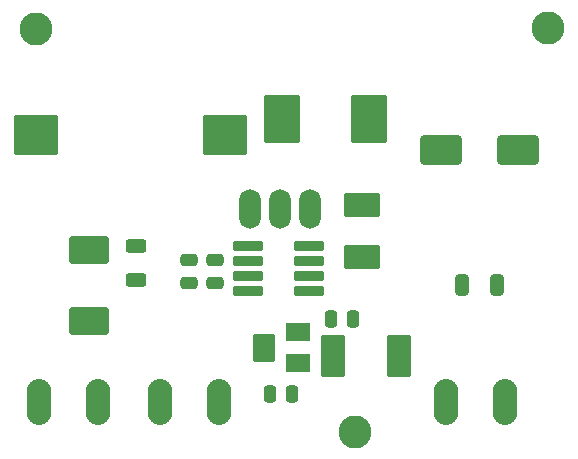
<source format=gbr>
%TF.GenerationSoftware,KiCad,Pcbnew,8.0.3*%
%TF.CreationDate,2024-09-06T18:55:24+02:00*%
%TF.ProjectId,nixie_supply,6e697869-655f-4737-9570-706c792e6b69,rev?*%
%TF.SameCoordinates,Original*%
%TF.FileFunction,Soldermask,Top*%
%TF.FilePolarity,Negative*%
%FSLAX46Y46*%
G04 Gerber Fmt 4.6, Leading zero omitted, Abs format (unit mm)*
G04 Created by KiCad (PCBNEW 8.0.3) date 2024-09-06 18:55:24*
%MOMM*%
%LPD*%
G01*
G04 APERTURE LIST*
G04 Aperture macros list*
%AMRoundRect*
0 Rectangle with rounded corners*
0 $1 Rounding radius*
0 $2 $3 $4 $5 $6 $7 $8 $9 X,Y pos of 4 corners*
0 Add a 4 corners polygon primitive as box body*
4,1,4,$2,$3,$4,$5,$6,$7,$8,$9,$2,$3,0*
0 Add four circle primitives for the rounded corners*
1,1,$1+$1,$2,$3*
1,1,$1+$1,$4,$5*
1,1,$1+$1,$6,$7*
1,1,$1+$1,$8,$9*
0 Add four rect primitives between the rounded corners*
20,1,$1+$1,$2,$3,$4,$5,0*
20,1,$1+$1,$4,$5,$6,$7,0*
20,1,$1+$1,$6,$7,$8,$9,0*
20,1,$1+$1,$8,$9,$2,$3,0*%
G04 Aperture macros list end*
%ADD10O,2.095500X3.886200*%
%ADD11RoundRect,0.152400X-1.500000X1.000000X-1.500000X-1.000000X1.500000X-1.000000X1.500000X1.000000X0*%
%ADD12RoundRect,0.152400X1.400000X1.900000X-1.400000X1.900000X-1.400000X-1.900000X1.400000X-1.900000X0*%
%ADD13RoundRect,0.152400X-1.750000X-1.500000X1.750000X-1.500000X1.750000X1.500000X-1.750000X1.500000X0*%
%ADD14RoundRect,0.250000X0.325000X0.650000X-0.325000X0.650000X-0.325000X-0.650000X0.325000X-0.650000X0*%
%ADD15RoundRect,0.250000X-0.475000X0.250000X-0.475000X-0.250000X0.475000X-0.250000X0.475000X0.250000X0*%
%ADD16C,2.800000*%
%ADD17O,1.828800X3.352800*%
%ADD18RoundRect,0.250000X-0.250000X-0.475000X0.250000X-0.475000X0.250000X0.475000X-0.250000X0.475000X0*%
%ADD19RoundRect,0.152400X1.350000X-0.900000X1.350000X0.900000X-1.350000X0.900000X-1.350000X-0.900000X0*%
%ADD20RoundRect,0.250000X-0.625000X0.312500X-0.625000X-0.312500X0.625000X-0.312500X0.625000X0.312500X0*%
%ADD21RoundRect,0.152400X-0.900000X-1.600000X0.900000X-1.600000X0.900000X1.600000X-0.900000X1.600000X0*%
%ADD22RoundRect,0.250000X-1.500000X-1.000000X1.500000X-1.000000X1.500000X1.000000X-1.500000X1.000000X0*%
%ADD23RoundRect,0.152400X-1.100000X0.300000X-1.100000X-0.300000X1.100000X-0.300000X1.100000X0.300000X0*%
%ADD24RoundRect,0.152400X-0.900000X-0.650000X0.900000X-0.650000X0.900000X0.650000X-0.900000X0.650000X0*%
%ADD25RoundRect,0.152400X-0.800000X-1.000000X0.800000X-1.000000X0.800000X1.000000X-0.800000X1.000000X0*%
G04 APERTURE END LIST*
D10*
%TO.C,J3*%
X161181100Y-119633600D03*
X166181100Y-119633600D03*
%TD*%
D11*
%TO.C,C1*%
X130981100Y-106733600D03*
X130981100Y-112733600D03*
%TD*%
D12*
%TO.C,D1*%
X147281100Y-95633600D03*
X154681100Y-95633600D03*
%TD*%
D13*
%TO.C,L1*%
X126481100Y-97033600D03*
X142481100Y-97033600D03*
%TD*%
D14*
%TO.C,C6*%
X165475000Y-109750000D03*
X162525000Y-109750000D03*
%TD*%
D15*
%TO.C,C5*%
X139450000Y-107650000D03*
X139450000Y-109550000D03*
%TD*%
D10*
%TO.C,J1*%
X126681100Y-119633600D03*
X131681100Y-119633600D03*
%TD*%
%TO.C,J2*%
X136981100Y-119633600D03*
X141981100Y-119633600D03*
%TD*%
D16*
%TO.C,U$4*%
X153481100Y-122133600D03*
%TD*%
D17*
%TO.C,T1*%
X147081100Y-103273600D03*
X144541100Y-103273600D03*
X149621100Y-103273600D03*
%TD*%
D18*
%TO.C,R1*%
X146231100Y-118933600D03*
X148131100Y-118933600D03*
%TD*%
D16*
%TO.C,U$2*%
X126481100Y-88033600D03*
%TD*%
D19*
%TO.C,RSENSE0*%
X154081100Y-107333600D03*
X154081100Y-102933600D03*
%TD*%
D20*
%TO.C,REF\u002A\u002A*%
X134950000Y-106387500D03*
X134950000Y-109312500D03*
%TD*%
D21*
%TO.C,R2*%
X151581100Y-115733600D03*
X157181100Y-115733600D03*
%TD*%
D22*
%TO.C,C4*%
X160750000Y-98300000D03*
X167250000Y-98300000D03*
%TD*%
D18*
%TO.C,C3*%
X151431100Y-112633600D03*
X153331100Y-112633600D03*
%TD*%
D23*
%TO.C,IC1*%
X144381100Y-106428600D03*
X144381100Y-107698600D03*
X144381100Y-108968600D03*
X144381100Y-110238600D03*
X149581100Y-110238600D03*
X149581100Y-108968600D03*
X149581100Y-107698600D03*
X149581100Y-106428600D03*
%TD*%
D24*
%TO.C,VR1*%
X148681100Y-116333600D03*
D25*
X145781100Y-115033600D03*
D24*
X148681100Y-113733600D03*
%TD*%
D16*
%TO.C,U$3*%
X169771100Y-87933600D03*
%TD*%
D15*
%TO.C,C2*%
X141581100Y-107650000D03*
X141581100Y-109550000D03*
%TD*%
M02*

</source>
